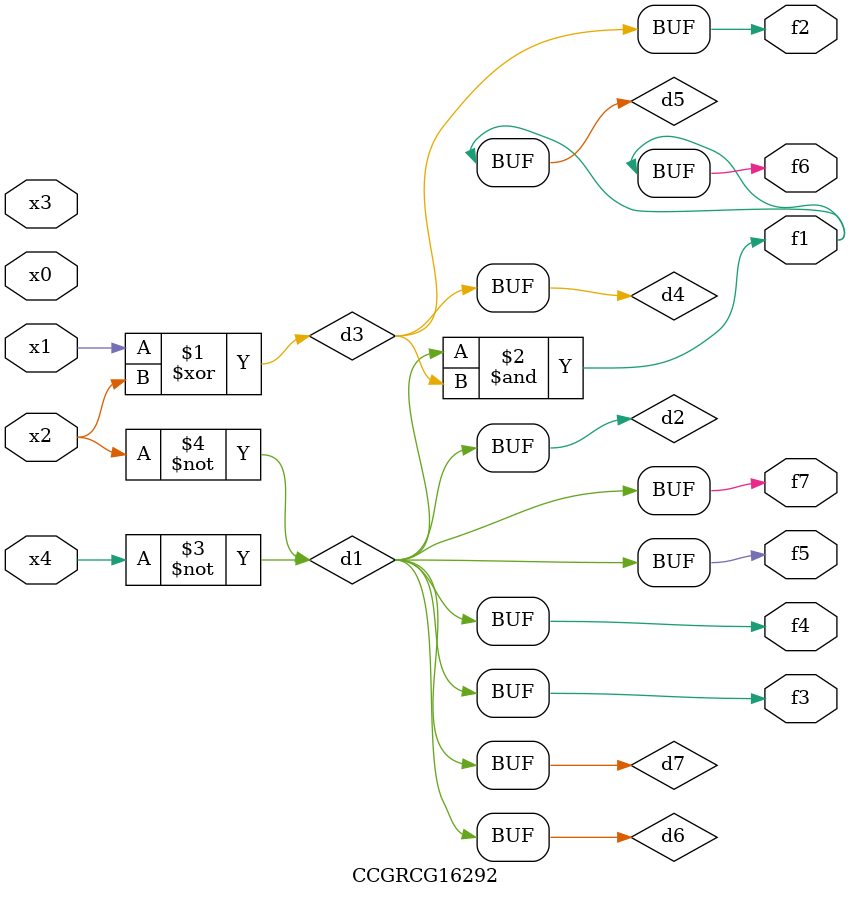
<source format=v>
module CCGRCG16292(
	input x0, x1, x2, x3, x4,
	output f1, f2, f3, f4, f5, f6, f7
);

	wire d1, d2, d3, d4, d5, d6, d7;

	not (d1, x4);
	not (d2, x2);
	xor (d3, x1, x2);
	buf (d4, d3);
	and (d5, d1, d3);
	buf (d6, d1, d2);
	buf (d7, d2);
	assign f1 = d5;
	assign f2 = d4;
	assign f3 = d7;
	assign f4 = d7;
	assign f5 = d7;
	assign f6 = d5;
	assign f7 = d7;
endmodule

</source>
